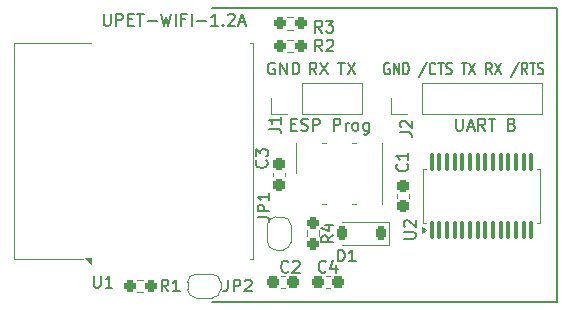
<source format=gto>
G04 #@! TF.GenerationSoftware,KiCad,Pcbnew,8.0.4*
G04 #@! TF.CreationDate,2024-08-01T12:17:22+02:00*
G04 #@! TF.ProjectId,UPET-Wifi,55504554-2d57-4696-9669-2e6b69636164,rev?*
G04 #@! TF.SameCoordinates,Original*
G04 #@! TF.FileFunction,Legend,Top*
G04 #@! TF.FilePolarity,Positive*
%FSLAX46Y46*%
G04 Gerber Fmt 4.6, Leading zero omitted, Abs format (unit mm)*
G04 Created by KiCad (PCBNEW 8.0.4) date 2024-08-01 12:17:22*
%MOMM*%
%LPD*%
G01*
G04 APERTURE LIST*
G04 Aperture macros list*
%AMRoundRect*
0 Rectangle with rounded corners*
0 $1 Rounding radius*
0 $2 $3 $4 $5 $6 $7 $8 $9 X,Y pos of 4 corners*
0 Add a 4 corners polygon primitive as box body*
4,1,4,$2,$3,$4,$5,$6,$7,$8,$9,$2,$3,0*
0 Add four circle primitives for the rounded corners*
1,1,$1+$1,$2,$3*
1,1,$1+$1,$4,$5*
1,1,$1+$1,$6,$7*
1,1,$1+$1,$8,$9*
0 Add four rect primitives between the rounded corners*
20,1,$1+$1,$2,$3,$4,$5,0*
20,1,$1+$1,$4,$5,$6,$7,0*
20,1,$1+$1,$6,$7,$8,$9,0*
20,1,$1+$1,$8,$9,$2,$3,0*%
%AMFreePoly0*
4,1,19,0.000000,0.744911,0.071157,0.744911,0.207708,0.704816,0.327430,0.627875,0.420627,0.520320,0.479746,0.390866,0.500000,0.250000,0.500000,-0.250000,0.479746,-0.390866,0.420627,-0.520320,0.327430,-0.627875,0.207708,-0.704816,0.071157,-0.744911,0.000000,-0.744911,0.000000,-0.750000,-0.500000,-0.750000,-0.500000,0.750000,0.000000,0.750000,0.000000,0.744911,0.000000,0.744911,
$1*%
%AMFreePoly1*
4,1,19,0.500000,-0.750000,0.000000,-0.750000,0.000000,-0.744911,-0.071157,-0.744911,-0.207708,-0.704816,-0.327430,-0.627875,-0.420627,-0.520320,-0.479746,-0.390866,-0.500000,-0.250000,-0.500000,0.250000,-0.479746,0.390866,-0.420627,0.520320,-0.327430,0.627875,-0.207708,0.704816,-0.071157,0.744911,0.000000,0.744911,0.000000,0.750000,0.500000,0.750000,0.500000,-0.750000,0.500000,-0.750000,
$1*%
G04 Aperture macros list end*
%ADD10C,0.200000*%
%ADD11C,0.150000*%
%ADD12C,0.120000*%
%ADD13C,0.152400*%
%ADD14RoundRect,0.237500X-0.237500X0.250000X-0.237500X-0.250000X0.237500X-0.250000X0.237500X0.250000X0*%
%ADD15R,0.900000X1.500000*%
%ADD16C,0.600000*%
%ADD17R,2.900000X2.900000*%
%ADD18O,1.524000X2.844800*%
%ADD19RoundRect,0.237500X-0.250000X-0.237500X0.250000X-0.237500X0.250000X0.237500X-0.250000X0.237500X0*%
%ADD20R,1.700000X1.700000*%
%ADD21O,1.700000X1.700000*%
%ADD22RoundRect,0.225000X0.225000X0.375000X-0.225000X0.375000X-0.225000X-0.375000X0.225000X-0.375000X0*%
%ADD23FreePoly0,180.000000*%
%ADD24FreePoly1,180.000000*%
%ADD25RoundRect,0.237500X0.237500X-0.300000X0.237500X0.300000X-0.237500X0.300000X-0.237500X-0.300000X0*%
%ADD26RoundRect,0.237500X-0.300000X-0.237500X0.300000X-0.237500X0.300000X0.237500X-0.300000X0.237500X0*%
%ADD27RoundRect,0.100000X0.100000X-0.637500X0.100000X0.637500X-0.100000X0.637500X-0.100000X-0.637500X0*%
%ADD28RoundRect,0.237500X0.300000X0.237500X-0.300000X0.237500X-0.300000X-0.237500X0.300000X-0.237500X0*%
%ADD29R,1.800000X2.000000*%
%ADD30FreePoly1,90.000000*%
%ADD31FreePoly0,90.000000*%
G04 APERTURE END LIST*
D10*
X134354673Y-92688409D02*
X134688006Y-92688409D01*
X134830863Y-93212219D02*
X134354673Y-93212219D01*
X134354673Y-93212219D02*
X134354673Y-92212219D01*
X134354673Y-92212219D02*
X134830863Y-92212219D01*
X135211816Y-93164600D02*
X135354673Y-93212219D01*
X135354673Y-93212219D02*
X135592768Y-93212219D01*
X135592768Y-93212219D02*
X135688006Y-93164600D01*
X135688006Y-93164600D02*
X135735625Y-93116980D01*
X135735625Y-93116980D02*
X135783244Y-93021742D01*
X135783244Y-93021742D02*
X135783244Y-92926504D01*
X135783244Y-92926504D02*
X135735625Y-92831266D01*
X135735625Y-92831266D02*
X135688006Y-92783647D01*
X135688006Y-92783647D02*
X135592768Y-92736028D01*
X135592768Y-92736028D02*
X135402292Y-92688409D01*
X135402292Y-92688409D02*
X135307054Y-92640790D01*
X135307054Y-92640790D02*
X135259435Y-92593171D01*
X135259435Y-92593171D02*
X135211816Y-92497933D01*
X135211816Y-92497933D02*
X135211816Y-92402695D01*
X135211816Y-92402695D02*
X135259435Y-92307457D01*
X135259435Y-92307457D02*
X135307054Y-92259838D01*
X135307054Y-92259838D02*
X135402292Y-92212219D01*
X135402292Y-92212219D02*
X135640387Y-92212219D01*
X135640387Y-92212219D02*
X135783244Y-92259838D01*
X136211816Y-93212219D02*
X136211816Y-92212219D01*
X136211816Y-92212219D02*
X136592768Y-92212219D01*
X136592768Y-92212219D02*
X136688006Y-92259838D01*
X136688006Y-92259838D02*
X136735625Y-92307457D01*
X136735625Y-92307457D02*
X136783244Y-92402695D01*
X136783244Y-92402695D02*
X136783244Y-92545552D01*
X136783244Y-92545552D02*
X136735625Y-92640790D01*
X136735625Y-92640790D02*
X136688006Y-92688409D01*
X136688006Y-92688409D02*
X136592768Y-92736028D01*
X136592768Y-92736028D02*
X136211816Y-92736028D01*
X137973721Y-93212219D02*
X137973721Y-92212219D01*
X137973721Y-92212219D02*
X138354673Y-92212219D01*
X138354673Y-92212219D02*
X138449911Y-92259838D01*
X138449911Y-92259838D02*
X138497530Y-92307457D01*
X138497530Y-92307457D02*
X138545149Y-92402695D01*
X138545149Y-92402695D02*
X138545149Y-92545552D01*
X138545149Y-92545552D02*
X138497530Y-92640790D01*
X138497530Y-92640790D02*
X138449911Y-92688409D01*
X138449911Y-92688409D02*
X138354673Y-92736028D01*
X138354673Y-92736028D02*
X137973721Y-92736028D01*
X138973721Y-93212219D02*
X138973721Y-92545552D01*
X138973721Y-92736028D02*
X139021340Y-92640790D01*
X139021340Y-92640790D02*
X139068959Y-92593171D01*
X139068959Y-92593171D02*
X139164197Y-92545552D01*
X139164197Y-92545552D02*
X139259435Y-92545552D01*
X139735626Y-93212219D02*
X139640388Y-93164600D01*
X139640388Y-93164600D02*
X139592769Y-93116980D01*
X139592769Y-93116980D02*
X139545150Y-93021742D01*
X139545150Y-93021742D02*
X139545150Y-92736028D01*
X139545150Y-92736028D02*
X139592769Y-92640790D01*
X139592769Y-92640790D02*
X139640388Y-92593171D01*
X139640388Y-92593171D02*
X139735626Y-92545552D01*
X139735626Y-92545552D02*
X139878483Y-92545552D01*
X139878483Y-92545552D02*
X139973721Y-92593171D01*
X139973721Y-92593171D02*
X140021340Y-92640790D01*
X140021340Y-92640790D02*
X140068959Y-92736028D01*
X140068959Y-92736028D02*
X140068959Y-93021742D01*
X140068959Y-93021742D02*
X140021340Y-93116980D01*
X140021340Y-93116980D02*
X139973721Y-93164600D01*
X139973721Y-93164600D02*
X139878483Y-93212219D01*
X139878483Y-93212219D02*
X139735626Y-93212219D01*
X140926102Y-92545552D02*
X140926102Y-93355076D01*
X140926102Y-93355076D02*
X140878483Y-93450314D01*
X140878483Y-93450314D02*
X140830864Y-93497933D01*
X140830864Y-93497933D02*
X140735626Y-93545552D01*
X140735626Y-93545552D02*
X140592769Y-93545552D01*
X140592769Y-93545552D02*
X140497531Y-93497933D01*
X140926102Y-93164600D02*
X140830864Y-93212219D01*
X140830864Y-93212219D02*
X140640388Y-93212219D01*
X140640388Y-93212219D02*
X140545150Y-93164600D01*
X140545150Y-93164600D02*
X140497531Y-93116980D01*
X140497531Y-93116980D02*
X140449912Y-93021742D01*
X140449912Y-93021742D02*
X140449912Y-92736028D01*
X140449912Y-92736028D02*
X140497531Y-92640790D01*
X140497531Y-92640790D02*
X140545150Y-92593171D01*
X140545150Y-92593171D02*
X140640388Y-92545552D01*
X140640388Y-92545552D02*
X140830864Y-92545552D01*
X140830864Y-92545552D02*
X140926102Y-92593171D01*
X148324673Y-92212219D02*
X148324673Y-93021742D01*
X148324673Y-93021742D02*
X148372292Y-93116980D01*
X148372292Y-93116980D02*
X148419911Y-93164600D01*
X148419911Y-93164600D02*
X148515149Y-93212219D01*
X148515149Y-93212219D02*
X148705625Y-93212219D01*
X148705625Y-93212219D02*
X148800863Y-93164600D01*
X148800863Y-93164600D02*
X148848482Y-93116980D01*
X148848482Y-93116980D02*
X148896101Y-93021742D01*
X148896101Y-93021742D02*
X148896101Y-92212219D01*
X149324673Y-92926504D02*
X149800863Y-92926504D01*
X149229435Y-93212219D02*
X149562768Y-92212219D01*
X149562768Y-92212219D02*
X149896101Y-93212219D01*
X150800863Y-93212219D02*
X150467530Y-92736028D01*
X150229435Y-93212219D02*
X150229435Y-92212219D01*
X150229435Y-92212219D02*
X150610387Y-92212219D01*
X150610387Y-92212219D02*
X150705625Y-92259838D01*
X150705625Y-92259838D02*
X150753244Y-92307457D01*
X150753244Y-92307457D02*
X150800863Y-92402695D01*
X150800863Y-92402695D02*
X150800863Y-92545552D01*
X150800863Y-92545552D02*
X150753244Y-92640790D01*
X150753244Y-92640790D02*
X150705625Y-92688409D01*
X150705625Y-92688409D02*
X150610387Y-92736028D01*
X150610387Y-92736028D02*
X150229435Y-92736028D01*
X151086578Y-92212219D02*
X151658006Y-92212219D01*
X151372292Y-93212219D02*
X151372292Y-92212219D01*
X153086578Y-92688409D02*
X153229435Y-92736028D01*
X153229435Y-92736028D02*
X153277054Y-92783647D01*
X153277054Y-92783647D02*
X153324673Y-92878885D01*
X153324673Y-92878885D02*
X153324673Y-93021742D01*
X153324673Y-93021742D02*
X153277054Y-93116980D01*
X153277054Y-93116980D02*
X153229435Y-93164600D01*
X153229435Y-93164600D02*
X153134197Y-93212219D01*
X153134197Y-93212219D02*
X152753245Y-93212219D01*
X152753245Y-93212219D02*
X152753245Y-92212219D01*
X152753245Y-92212219D02*
X153086578Y-92212219D01*
X153086578Y-92212219D02*
X153181816Y-92259838D01*
X153181816Y-92259838D02*
X153229435Y-92307457D01*
X153229435Y-92307457D02*
X153277054Y-92402695D01*
X153277054Y-92402695D02*
X153277054Y-92497933D01*
X153277054Y-92497933D02*
X153229435Y-92593171D01*
X153229435Y-92593171D02*
X153181816Y-92640790D01*
X153181816Y-92640790D02*
X153086578Y-92688409D01*
X153086578Y-92688409D02*
X152753245Y-92688409D01*
X142663601Y-87497338D02*
X142587411Y-87449719D01*
X142587411Y-87449719D02*
X142473125Y-87449719D01*
X142473125Y-87449719D02*
X142358839Y-87497338D01*
X142358839Y-87497338D02*
X142282649Y-87592576D01*
X142282649Y-87592576D02*
X142244554Y-87687814D01*
X142244554Y-87687814D02*
X142206458Y-87878290D01*
X142206458Y-87878290D02*
X142206458Y-88021147D01*
X142206458Y-88021147D02*
X142244554Y-88211623D01*
X142244554Y-88211623D02*
X142282649Y-88306861D01*
X142282649Y-88306861D02*
X142358839Y-88402100D01*
X142358839Y-88402100D02*
X142473125Y-88449719D01*
X142473125Y-88449719D02*
X142549316Y-88449719D01*
X142549316Y-88449719D02*
X142663601Y-88402100D01*
X142663601Y-88402100D02*
X142701697Y-88354480D01*
X142701697Y-88354480D02*
X142701697Y-88021147D01*
X142701697Y-88021147D02*
X142549316Y-88021147D01*
X143044554Y-88449719D02*
X143044554Y-87449719D01*
X143044554Y-87449719D02*
X143501697Y-88449719D01*
X143501697Y-88449719D02*
X143501697Y-87449719D01*
X143882649Y-88449719D02*
X143882649Y-87449719D01*
X143882649Y-87449719D02*
X144073125Y-87449719D01*
X144073125Y-87449719D02*
X144187411Y-87497338D01*
X144187411Y-87497338D02*
X144263601Y-87592576D01*
X144263601Y-87592576D02*
X144301696Y-87687814D01*
X144301696Y-87687814D02*
X144339792Y-87878290D01*
X144339792Y-87878290D02*
X144339792Y-88021147D01*
X144339792Y-88021147D02*
X144301696Y-88211623D01*
X144301696Y-88211623D02*
X144263601Y-88306861D01*
X144263601Y-88306861D02*
X144187411Y-88402100D01*
X144187411Y-88402100D02*
X144073125Y-88449719D01*
X144073125Y-88449719D02*
X143882649Y-88449719D01*
X145863601Y-87402100D02*
X145177887Y-88687814D01*
X146587411Y-88354480D02*
X146549315Y-88402100D01*
X146549315Y-88402100D02*
X146435030Y-88449719D01*
X146435030Y-88449719D02*
X146358839Y-88449719D01*
X146358839Y-88449719D02*
X146244553Y-88402100D01*
X146244553Y-88402100D02*
X146168363Y-88306861D01*
X146168363Y-88306861D02*
X146130268Y-88211623D01*
X146130268Y-88211623D02*
X146092172Y-88021147D01*
X146092172Y-88021147D02*
X146092172Y-87878290D01*
X146092172Y-87878290D02*
X146130268Y-87687814D01*
X146130268Y-87687814D02*
X146168363Y-87592576D01*
X146168363Y-87592576D02*
X146244553Y-87497338D01*
X146244553Y-87497338D02*
X146358839Y-87449719D01*
X146358839Y-87449719D02*
X146435030Y-87449719D01*
X146435030Y-87449719D02*
X146549315Y-87497338D01*
X146549315Y-87497338D02*
X146587411Y-87544957D01*
X146815982Y-87449719D02*
X147273125Y-87449719D01*
X147044553Y-88449719D02*
X147044553Y-87449719D01*
X147501696Y-88402100D02*
X147615982Y-88449719D01*
X147615982Y-88449719D02*
X147806458Y-88449719D01*
X147806458Y-88449719D02*
X147882649Y-88402100D01*
X147882649Y-88402100D02*
X147920744Y-88354480D01*
X147920744Y-88354480D02*
X147958839Y-88259242D01*
X147958839Y-88259242D02*
X147958839Y-88164004D01*
X147958839Y-88164004D02*
X147920744Y-88068766D01*
X147920744Y-88068766D02*
X147882649Y-88021147D01*
X147882649Y-88021147D02*
X147806458Y-87973528D01*
X147806458Y-87973528D02*
X147654077Y-87925909D01*
X147654077Y-87925909D02*
X147577887Y-87878290D01*
X147577887Y-87878290D02*
X147539792Y-87830671D01*
X147539792Y-87830671D02*
X147501696Y-87735433D01*
X147501696Y-87735433D02*
X147501696Y-87640195D01*
X147501696Y-87640195D02*
X147539792Y-87544957D01*
X147539792Y-87544957D02*
X147577887Y-87497338D01*
X147577887Y-87497338D02*
X147654077Y-87449719D01*
X147654077Y-87449719D02*
X147844554Y-87449719D01*
X147844554Y-87449719D02*
X147958839Y-87497338D01*
X148796935Y-87449719D02*
X149254078Y-87449719D01*
X149025506Y-88449719D02*
X149025506Y-87449719D01*
X149444554Y-87449719D02*
X149977888Y-88449719D01*
X149977888Y-87449719D02*
X149444554Y-88449719D01*
X151349317Y-88449719D02*
X151082650Y-87973528D01*
X150892174Y-88449719D02*
X150892174Y-87449719D01*
X150892174Y-87449719D02*
X151196936Y-87449719D01*
X151196936Y-87449719D02*
X151273126Y-87497338D01*
X151273126Y-87497338D02*
X151311221Y-87544957D01*
X151311221Y-87544957D02*
X151349317Y-87640195D01*
X151349317Y-87640195D02*
X151349317Y-87783052D01*
X151349317Y-87783052D02*
X151311221Y-87878290D01*
X151311221Y-87878290D02*
X151273126Y-87925909D01*
X151273126Y-87925909D02*
X151196936Y-87973528D01*
X151196936Y-87973528D02*
X150892174Y-87973528D01*
X151615983Y-87449719D02*
X152149317Y-88449719D01*
X152149317Y-87449719D02*
X151615983Y-88449719D01*
X153635031Y-87402100D02*
X152949317Y-88687814D01*
X154358841Y-88449719D02*
X154092174Y-87973528D01*
X153901698Y-88449719D02*
X153901698Y-87449719D01*
X153901698Y-87449719D02*
X154206460Y-87449719D01*
X154206460Y-87449719D02*
X154282650Y-87497338D01*
X154282650Y-87497338D02*
X154320745Y-87544957D01*
X154320745Y-87544957D02*
X154358841Y-87640195D01*
X154358841Y-87640195D02*
X154358841Y-87783052D01*
X154358841Y-87783052D02*
X154320745Y-87878290D01*
X154320745Y-87878290D02*
X154282650Y-87925909D01*
X154282650Y-87925909D02*
X154206460Y-87973528D01*
X154206460Y-87973528D02*
X153901698Y-87973528D01*
X154587412Y-87449719D02*
X155044555Y-87449719D01*
X154815983Y-88449719D02*
X154815983Y-87449719D01*
X155273126Y-88402100D02*
X155387412Y-88449719D01*
X155387412Y-88449719D02*
X155577888Y-88449719D01*
X155577888Y-88449719D02*
X155654079Y-88402100D01*
X155654079Y-88402100D02*
X155692174Y-88354480D01*
X155692174Y-88354480D02*
X155730269Y-88259242D01*
X155730269Y-88259242D02*
X155730269Y-88164004D01*
X155730269Y-88164004D02*
X155692174Y-88068766D01*
X155692174Y-88068766D02*
X155654079Y-88021147D01*
X155654079Y-88021147D02*
X155577888Y-87973528D01*
X155577888Y-87973528D02*
X155425507Y-87925909D01*
X155425507Y-87925909D02*
X155349317Y-87878290D01*
X155349317Y-87878290D02*
X155311222Y-87830671D01*
X155311222Y-87830671D02*
X155273126Y-87735433D01*
X155273126Y-87735433D02*
X155273126Y-87640195D01*
X155273126Y-87640195D02*
X155311222Y-87544957D01*
X155311222Y-87544957D02*
X155349317Y-87497338D01*
X155349317Y-87497338D02*
X155425507Y-87449719D01*
X155425507Y-87449719D02*
X155615984Y-87449719D01*
X155615984Y-87449719D02*
X155730269Y-87497338D01*
X138339316Y-87449719D02*
X138910744Y-87449719D01*
X138625030Y-88449719D02*
X138625030Y-87449719D01*
X139148840Y-87449719D02*
X139815506Y-88449719D01*
X139815506Y-87449719D02*
X139148840Y-88449719D01*
X136513601Y-88449719D02*
X136180268Y-87973528D01*
X135942173Y-88449719D02*
X135942173Y-87449719D01*
X135942173Y-87449719D02*
X136323125Y-87449719D01*
X136323125Y-87449719D02*
X136418363Y-87497338D01*
X136418363Y-87497338D02*
X136465982Y-87544957D01*
X136465982Y-87544957D02*
X136513601Y-87640195D01*
X136513601Y-87640195D02*
X136513601Y-87783052D01*
X136513601Y-87783052D02*
X136465982Y-87878290D01*
X136465982Y-87878290D02*
X136418363Y-87925909D01*
X136418363Y-87925909D02*
X136323125Y-87973528D01*
X136323125Y-87973528D02*
X135942173Y-87973528D01*
X136846935Y-87449719D02*
X137513601Y-88449719D01*
X137513601Y-87449719D02*
X136846935Y-88449719D01*
X132973482Y-87497338D02*
X132878244Y-87449719D01*
X132878244Y-87449719D02*
X132735387Y-87449719D01*
X132735387Y-87449719D02*
X132592530Y-87497338D01*
X132592530Y-87497338D02*
X132497292Y-87592576D01*
X132497292Y-87592576D02*
X132449673Y-87687814D01*
X132449673Y-87687814D02*
X132402054Y-87878290D01*
X132402054Y-87878290D02*
X132402054Y-88021147D01*
X132402054Y-88021147D02*
X132449673Y-88211623D01*
X132449673Y-88211623D02*
X132497292Y-88306861D01*
X132497292Y-88306861D02*
X132592530Y-88402100D01*
X132592530Y-88402100D02*
X132735387Y-88449719D01*
X132735387Y-88449719D02*
X132830625Y-88449719D01*
X132830625Y-88449719D02*
X132973482Y-88402100D01*
X132973482Y-88402100D02*
X133021101Y-88354480D01*
X133021101Y-88354480D02*
X133021101Y-88021147D01*
X133021101Y-88021147D02*
X132830625Y-88021147D01*
X133449673Y-88449719D02*
X133449673Y-87449719D01*
X133449673Y-87449719D02*
X134021101Y-88449719D01*
X134021101Y-88449719D02*
X134021101Y-87449719D01*
X134497292Y-88449719D02*
X134497292Y-87449719D01*
X134497292Y-87449719D02*
X134735387Y-87449719D01*
X134735387Y-87449719D02*
X134878244Y-87497338D01*
X134878244Y-87497338D02*
X134973482Y-87592576D01*
X134973482Y-87592576D02*
X135021101Y-87687814D01*
X135021101Y-87687814D02*
X135068720Y-87878290D01*
X135068720Y-87878290D02*
X135068720Y-88021147D01*
X135068720Y-88021147D02*
X135021101Y-88211623D01*
X135021101Y-88211623D02*
X134973482Y-88306861D01*
X134973482Y-88306861D02*
X134878244Y-88402100D01*
X134878244Y-88402100D02*
X134735387Y-88449719D01*
X134735387Y-88449719D02*
X134497292Y-88449719D01*
X118507620Y-83322219D02*
X118507620Y-84131742D01*
X118507620Y-84131742D02*
X118555239Y-84226980D01*
X118555239Y-84226980D02*
X118602858Y-84274600D01*
X118602858Y-84274600D02*
X118698096Y-84322219D01*
X118698096Y-84322219D02*
X118888572Y-84322219D01*
X118888572Y-84322219D02*
X118983810Y-84274600D01*
X118983810Y-84274600D02*
X119031429Y-84226980D01*
X119031429Y-84226980D02*
X119079048Y-84131742D01*
X119079048Y-84131742D02*
X119079048Y-83322219D01*
X119555239Y-84322219D02*
X119555239Y-83322219D01*
X119555239Y-83322219D02*
X119936191Y-83322219D01*
X119936191Y-83322219D02*
X120031429Y-83369838D01*
X120031429Y-83369838D02*
X120079048Y-83417457D01*
X120079048Y-83417457D02*
X120126667Y-83512695D01*
X120126667Y-83512695D02*
X120126667Y-83655552D01*
X120126667Y-83655552D02*
X120079048Y-83750790D01*
X120079048Y-83750790D02*
X120031429Y-83798409D01*
X120031429Y-83798409D02*
X119936191Y-83846028D01*
X119936191Y-83846028D02*
X119555239Y-83846028D01*
X120555239Y-83798409D02*
X120888572Y-83798409D01*
X121031429Y-84322219D02*
X120555239Y-84322219D01*
X120555239Y-84322219D02*
X120555239Y-83322219D01*
X120555239Y-83322219D02*
X121031429Y-83322219D01*
X121317144Y-83322219D02*
X121888572Y-83322219D01*
X121602858Y-84322219D02*
X121602858Y-83322219D01*
X122221906Y-83941266D02*
X122983811Y-83941266D01*
X123364763Y-83322219D02*
X123602858Y-84322219D01*
X123602858Y-84322219D02*
X123793334Y-83607933D01*
X123793334Y-83607933D02*
X123983810Y-84322219D01*
X123983810Y-84322219D02*
X124221906Y-83322219D01*
X124602858Y-84322219D02*
X124602858Y-83322219D01*
X125412381Y-83798409D02*
X125079048Y-83798409D01*
X125079048Y-84322219D02*
X125079048Y-83322219D01*
X125079048Y-83322219D02*
X125555238Y-83322219D01*
X125936191Y-84322219D02*
X125936191Y-83322219D01*
X126412381Y-83941266D02*
X127174286Y-83941266D01*
X128174285Y-84322219D02*
X127602857Y-84322219D01*
X127888571Y-84322219D02*
X127888571Y-83322219D01*
X127888571Y-83322219D02*
X127793333Y-83465076D01*
X127793333Y-83465076D02*
X127698095Y-83560314D01*
X127698095Y-83560314D02*
X127602857Y-83607933D01*
X128602857Y-84226980D02*
X128650476Y-84274600D01*
X128650476Y-84274600D02*
X128602857Y-84322219D01*
X128602857Y-84322219D02*
X128555238Y-84274600D01*
X128555238Y-84274600D02*
X128602857Y-84226980D01*
X128602857Y-84226980D02*
X128602857Y-84322219D01*
X129031428Y-83417457D02*
X129079047Y-83369838D01*
X129079047Y-83369838D02*
X129174285Y-83322219D01*
X129174285Y-83322219D02*
X129412380Y-83322219D01*
X129412380Y-83322219D02*
X129507618Y-83369838D01*
X129507618Y-83369838D02*
X129555237Y-83417457D01*
X129555237Y-83417457D02*
X129602856Y-83512695D01*
X129602856Y-83512695D02*
X129602856Y-83607933D01*
X129602856Y-83607933D02*
X129555237Y-83750790D01*
X129555237Y-83750790D02*
X128983809Y-84322219D01*
X128983809Y-84322219D02*
X129602856Y-84322219D01*
X129983809Y-84036504D02*
X130459999Y-84036504D01*
X129888571Y-84322219D02*
X130221904Y-83322219D01*
X130221904Y-83322219D02*
X130555237Y-84322219D01*
D11*
X137932319Y-102084166D02*
X137456128Y-102417499D01*
X137932319Y-102655594D02*
X136932319Y-102655594D01*
X136932319Y-102655594D02*
X136932319Y-102274642D01*
X136932319Y-102274642D02*
X136979938Y-102179404D01*
X136979938Y-102179404D02*
X137027557Y-102131785D01*
X137027557Y-102131785D02*
X137122795Y-102084166D01*
X137122795Y-102084166D02*
X137265652Y-102084166D01*
X137265652Y-102084166D02*
X137360890Y-102131785D01*
X137360890Y-102131785D02*
X137408509Y-102179404D01*
X137408509Y-102179404D02*
X137456128Y-102274642D01*
X137456128Y-102274642D02*
X137456128Y-102655594D01*
X137265652Y-101227023D02*
X137932319Y-101227023D01*
X136884700Y-101465118D02*
X137598985Y-101703213D01*
X137598985Y-101703213D02*
X137598985Y-101084166D01*
X117665595Y-105499819D02*
X117665595Y-106309342D01*
X117665595Y-106309342D02*
X117713214Y-106404580D01*
X117713214Y-106404580D02*
X117760833Y-106452200D01*
X117760833Y-106452200D02*
X117856071Y-106499819D01*
X117856071Y-106499819D02*
X118046547Y-106499819D01*
X118046547Y-106499819D02*
X118141785Y-106452200D01*
X118141785Y-106452200D02*
X118189404Y-106404580D01*
X118189404Y-106404580D02*
X118237023Y-106309342D01*
X118237023Y-106309342D02*
X118237023Y-105499819D01*
X119237023Y-106499819D02*
X118665595Y-106499819D01*
X118951309Y-106499819D02*
X118951309Y-105499819D01*
X118951309Y-105499819D02*
X118856071Y-105642676D01*
X118856071Y-105642676D02*
X118760833Y-105737914D01*
X118760833Y-105737914D02*
X118665595Y-105785533D01*
X136993333Y-84909819D02*
X136660000Y-84433628D01*
X136421905Y-84909819D02*
X136421905Y-83909819D01*
X136421905Y-83909819D02*
X136802857Y-83909819D01*
X136802857Y-83909819D02*
X136898095Y-83957438D01*
X136898095Y-83957438D02*
X136945714Y-84005057D01*
X136945714Y-84005057D02*
X136993333Y-84100295D01*
X136993333Y-84100295D02*
X136993333Y-84243152D01*
X136993333Y-84243152D02*
X136945714Y-84338390D01*
X136945714Y-84338390D02*
X136898095Y-84386009D01*
X136898095Y-84386009D02*
X136802857Y-84433628D01*
X136802857Y-84433628D02*
X136421905Y-84433628D01*
X137326667Y-83909819D02*
X137945714Y-83909819D01*
X137945714Y-83909819D02*
X137612381Y-84290771D01*
X137612381Y-84290771D02*
X137755238Y-84290771D01*
X137755238Y-84290771D02*
X137850476Y-84338390D01*
X137850476Y-84338390D02*
X137898095Y-84386009D01*
X137898095Y-84386009D02*
X137945714Y-84481247D01*
X137945714Y-84481247D02*
X137945714Y-84719342D01*
X137945714Y-84719342D02*
X137898095Y-84814580D01*
X137898095Y-84814580D02*
X137850476Y-84862200D01*
X137850476Y-84862200D02*
X137755238Y-84909819D01*
X137755238Y-84909819D02*
X137469524Y-84909819D01*
X137469524Y-84909819D02*
X137374286Y-84862200D01*
X137374286Y-84862200D02*
X137326667Y-84814580D01*
X136993333Y-86497319D02*
X136660000Y-86021128D01*
X136421905Y-86497319D02*
X136421905Y-85497319D01*
X136421905Y-85497319D02*
X136802857Y-85497319D01*
X136802857Y-85497319D02*
X136898095Y-85544938D01*
X136898095Y-85544938D02*
X136945714Y-85592557D01*
X136945714Y-85592557D02*
X136993333Y-85687795D01*
X136993333Y-85687795D02*
X136993333Y-85830652D01*
X136993333Y-85830652D02*
X136945714Y-85925890D01*
X136945714Y-85925890D02*
X136898095Y-85973509D01*
X136898095Y-85973509D02*
X136802857Y-86021128D01*
X136802857Y-86021128D02*
X136421905Y-86021128D01*
X137374286Y-85592557D02*
X137421905Y-85544938D01*
X137421905Y-85544938D02*
X137517143Y-85497319D01*
X137517143Y-85497319D02*
X137755238Y-85497319D01*
X137755238Y-85497319D02*
X137850476Y-85544938D01*
X137850476Y-85544938D02*
X137898095Y-85592557D01*
X137898095Y-85592557D02*
X137945714Y-85687795D01*
X137945714Y-85687795D02*
X137945714Y-85783033D01*
X137945714Y-85783033D02*
X137898095Y-85925890D01*
X137898095Y-85925890D02*
X137326667Y-86497319D01*
X137326667Y-86497319D02*
X137945714Y-86497319D01*
X143599819Y-93360833D02*
X144314104Y-93360833D01*
X144314104Y-93360833D02*
X144456961Y-93408452D01*
X144456961Y-93408452D02*
X144552200Y-93503690D01*
X144552200Y-93503690D02*
X144599819Y-93646547D01*
X144599819Y-93646547D02*
X144599819Y-93741785D01*
X143695057Y-92932261D02*
X143647438Y-92884642D01*
X143647438Y-92884642D02*
X143599819Y-92789404D01*
X143599819Y-92789404D02*
X143599819Y-92551309D01*
X143599819Y-92551309D02*
X143647438Y-92456071D01*
X143647438Y-92456071D02*
X143695057Y-92408452D01*
X143695057Y-92408452D02*
X143790295Y-92360833D01*
X143790295Y-92360833D02*
X143885533Y-92360833D01*
X143885533Y-92360833D02*
X144028390Y-92408452D01*
X144028390Y-92408452D02*
X144599819Y-92979880D01*
X144599819Y-92979880D02*
X144599819Y-92360833D01*
X132487319Y-93043333D02*
X133201604Y-93043333D01*
X133201604Y-93043333D02*
X133344461Y-93090952D01*
X133344461Y-93090952D02*
X133439700Y-93186190D01*
X133439700Y-93186190D02*
X133487319Y-93329047D01*
X133487319Y-93329047D02*
X133487319Y-93424285D01*
X133487319Y-92043333D02*
X133487319Y-92614761D01*
X133487319Y-92329047D02*
X132487319Y-92329047D01*
X132487319Y-92329047D02*
X132630176Y-92424285D01*
X132630176Y-92424285D02*
X132725414Y-92519523D01*
X132725414Y-92519523D02*
X132773033Y-92614761D01*
X138326905Y-104277319D02*
X138326905Y-103277319D01*
X138326905Y-103277319D02*
X138565000Y-103277319D01*
X138565000Y-103277319D02*
X138707857Y-103324938D01*
X138707857Y-103324938D02*
X138803095Y-103420176D01*
X138803095Y-103420176D02*
X138850714Y-103515414D01*
X138850714Y-103515414D02*
X138898333Y-103705890D01*
X138898333Y-103705890D02*
X138898333Y-103848747D01*
X138898333Y-103848747D02*
X138850714Y-104039223D01*
X138850714Y-104039223D02*
X138803095Y-104134461D01*
X138803095Y-104134461D02*
X138707857Y-104229700D01*
X138707857Y-104229700D02*
X138565000Y-104277319D01*
X138565000Y-104277319D02*
X138326905Y-104277319D01*
X139850714Y-104277319D02*
X139279286Y-104277319D01*
X139565000Y-104277319D02*
X139565000Y-103277319D01*
X139565000Y-103277319D02*
X139469762Y-103420176D01*
X139469762Y-103420176D02*
X139374524Y-103515414D01*
X139374524Y-103515414D02*
X139279286Y-103563033D01*
X129024166Y-105817319D02*
X129024166Y-106531604D01*
X129024166Y-106531604D02*
X128976547Y-106674461D01*
X128976547Y-106674461D02*
X128881309Y-106769700D01*
X128881309Y-106769700D02*
X128738452Y-106817319D01*
X128738452Y-106817319D02*
X128643214Y-106817319D01*
X129500357Y-106817319D02*
X129500357Y-105817319D01*
X129500357Y-105817319D02*
X129881309Y-105817319D01*
X129881309Y-105817319D02*
X129976547Y-105864938D01*
X129976547Y-105864938D02*
X130024166Y-105912557D01*
X130024166Y-105912557D02*
X130071785Y-106007795D01*
X130071785Y-106007795D02*
X130071785Y-106150652D01*
X130071785Y-106150652D02*
X130024166Y-106245890D01*
X130024166Y-106245890D02*
X129976547Y-106293509D01*
X129976547Y-106293509D02*
X129881309Y-106341128D01*
X129881309Y-106341128D02*
X129500357Y-106341128D01*
X130452738Y-105912557D02*
X130500357Y-105864938D01*
X130500357Y-105864938D02*
X130595595Y-105817319D01*
X130595595Y-105817319D02*
X130833690Y-105817319D01*
X130833690Y-105817319D02*
X130928928Y-105864938D01*
X130928928Y-105864938D02*
X130976547Y-105912557D01*
X130976547Y-105912557D02*
X131024166Y-106007795D01*
X131024166Y-106007795D02*
X131024166Y-106103033D01*
X131024166Y-106103033D02*
X130976547Y-106245890D01*
X130976547Y-106245890D02*
X130405119Y-106817319D01*
X130405119Y-106817319D02*
X131024166Y-106817319D01*
X123975833Y-106817319D02*
X123642500Y-106341128D01*
X123404405Y-106817319D02*
X123404405Y-105817319D01*
X123404405Y-105817319D02*
X123785357Y-105817319D01*
X123785357Y-105817319D02*
X123880595Y-105864938D01*
X123880595Y-105864938D02*
X123928214Y-105912557D01*
X123928214Y-105912557D02*
X123975833Y-106007795D01*
X123975833Y-106007795D02*
X123975833Y-106150652D01*
X123975833Y-106150652D02*
X123928214Y-106245890D01*
X123928214Y-106245890D02*
X123880595Y-106293509D01*
X123880595Y-106293509D02*
X123785357Y-106341128D01*
X123785357Y-106341128D02*
X123404405Y-106341128D01*
X124928214Y-106817319D02*
X124356786Y-106817319D01*
X124642500Y-106817319D02*
X124642500Y-105817319D01*
X124642500Y-105817319D02*
X124547262Y-105960176D01*
X124547262Y-105960176D02*
X124452024Y-106055414D01*
X124452024Y-106055414D02*
X124356786Y-106103033D01*
X144187080Y-96051666D02*
X144234700Y-96099285D01*
X144234700Y-96099285D02*
X144282319Y-96242142D01*
X144282319Y-96242142D02*
X144282319Y-96337380D01*
X144282319Y-96337380D02*
X144234700Y-96480237D01*
X144234700Y-96480237D02*
X144139461Y-96575475D01*
X144139461Y-96575475D02*
X144044223Y-96623094D01*
X144044223Y-96623094D02*
X143853747Y-96670713D01*
X143853747Y-96670713D02*
X143710890Y-96670713D01*
X143710890Y-96670713D02*
X143520414Y-96623094D01*
X143520414Y-96623094D02*
X143425176Y-96575475D01*
X143425176Y-96575475D02*
X143329938Y-96480237D01*
X143329938Y-96480237D02*
X143282319Y-96337380D01*
X143282319Y-96337380D02*
X143282319Y-96242142D01*
X143282319Y-96242142D02*
X143329938Y-96099285D01*
X143329938Y-96099285D02*
X143377557Y-96051666D01*
X144282319Y-95099285D02*
X144282319Y-95670713D01*
X144282319Y-95384999D02*
X143282319Y-95384999D01*
X143282319Y-95384999D02*
X143425176Y-95480237D01*
X143425176Y-95480237D02*
X143520414Y-95575475D01*
X143520414Y-95575475D02*
X143568033Y-95670713D01*
X137310833Y-105134580D02*
X137263214Y-105182200D01*
X137263214Y-105182200D02*
X137120357Y-105229819D01*
X137120357Y-105229819D02*
X137025119Y-105229819D01*
X137025119Y-105229819D02*
X136882262Y-105182200D01*
X136882262Y-105182200D02*
X136787024Y-105086961D01*
X136787024Y-105086961D02*
X136739405Y-104991723D01*
X136739405Y-104991723D02*
X136691786Y-104801247D01*
X136691786Y-104801247D02*
X136691786Y-104658390D01*
X136691786Y-104658390D02*
X136739405Y-104467914D01*
X136739405Y-104467914D02*
X136787024Y-104372676D01*
X136787024Y-104372676D02*
X136882262Y-104277438D01*
X136882262Y-104277438D02*
X137025119Y-104229819D01*
X137025119Y-104229819D02*
X137120357Y-104229819D01*
X137120357Y-104229819D02*
X137263214Y-104277438D01*
X137263214Y-104277438D02*
X137310833Y-104325057D01*
X138167976Y-104563152D02*
X138167976Y-105229819D01*
X137929881Y-104182200D02*
X137691786Y-104896485D01*
X137691786Y-104896485D02*
X138310833Y-104896485D01*
X143917319Y-102361904D02*
X144726842Y-102361904D01*
X144726842Y-102361904D02*
X144822080Y-102314285D01*
X144822080Y-102314285D02*
X144869700Y-102266666D01*
X144869700Y-102266666D02*
X144917319Y-102171428D01*
X144917319Y-102171428D02*
X144917319Y-101980952D01*
X144917319Y-101980952D02*
X144869700Y-101885714D01*
X144869700Y-101885714D02*
X144822080Y-101838095D01*
X144822080Y-101838095D02*
X144726842Y-101790476D01*
X144726842Y-101790476D02*
X143917319Y-101790476D01*
X144012557Y-101361904D02*
X143964938Y-101314285D01*
X143964938Y-101314285D02*
X143917319Y-101219047D01*
X143917319Y-101219047D02*
X143917319Y-100980952D01*
X143917319Y-100980952D02*
X143964938Y-100885714D01*
X143964938Y-100885714D02*
X144012557Y-100838095D01*
X144012557Y-100838095D02*
X144107795Y-100790476D01*
X144107795Y-100790476D02*
X144203033Y-100790476D01*
X144203033Y-100790476D02*
X144345890Y-100838095D01*
X144345890Y-100838095D02*
X144917319Y-101409523D01*
X144917319Y-101409523D02*
X144917319Y-100790476D01*
X134135833Y-105134580D02*
X134088214Y-105182200D01*
X134088214Y-105182200D02*
X133945357Y-105229819D01*
X133945357Y-105229819D02*
X133850119Y-105229819D01*
X133850119Y-105229819D02*
X133707262Y-105182200D01*
X133707262Y-105182200D02*
X133612024Y-105086961D01*
X133612024Y-105086961D02*
X133564405Y-104991723D01*
X133564405Y-104991723D02*
X133516786Y-104801247D01*
X133516786Y-104801247D02*
X133516786Y-104658390D01*
X133516786Y-104658390D02*
X133564405Y-104467914D01*
X133564405Y-104467914D02*
X133612024Y-104372676D01*
X133612024Y-104372676D02*
X133707262Y-104277438D01*
X133707262Y-104277438D02*
X133850119Y-104229819D01*
X133850119Y-104229819D02*
X133945357Y-104229819D01*
X133945357Y-104229819D02*
X134088214Y-104277438D01*
X134088214Y-104277438D02*
X134135833Y-104325057D01*
X134516786Y-104325057D02*
X134564405Y-104277438D01*
X134564405Y-104277438D02*
X134659643Y-104229819D01*
X134659643Y-104229819D02*
X134897738Y-104229819D01*
X134897738Y-104229819D02*
X134992976Y-104277438D01*
X134992976Y-104277438D02*
X135040595Y-104325057D01*
X135040595Y-104325057D02*
X135088214Y-104420295D01*
X135088214Y-104420295D02*
X135088214Y-104515533D01*
X135088214Y-104515533D02*
X135040595Y-104658390D01*
X135040595Y-104658390D02*
X134469167Y-105229819D01*
X134469167Y-105229819D02*
X135088214Y-105229819D01*
X131534819Y-100528333D02*
X132249104Y-100528333D01*
X132249104Y-100528333D02*
X132391961Y-100575952D01*
X132391961Y-100575952D02*
X132487200Y-100671190D01*
X132487200Y-100671190D02*
X132534819Y-100814047D01*
X132534819Y-100814047D02*
X132534819Y-100909285D01*
X132534819Y-100052142D02*
X131534819Y-100052142D01*
X131534819Y-100052142D02*
X131534819Y-99671190D01*
X131534819Y-99671190D02*
X131582438Y-99575952D01*
X131582438Y-99575952D02*
X131630057Y-99528333D01*
X131630057Y-99528333D02*
X131725295Y-99480714D01*
X131725295Y-99480714D02*
X131868152Y-99480714D01*
X131868152Y-99480714D02*
X131963390Y-99528333D01*
X131963390Y-99528333D02*
X132011009Y-99575952D01*
X132011009Y-99575952D02*
X132058628Y-99671190D01*
X132058628Y-99671190D02*
X132058628Y-100052142D01*
X132534819Y-98528333D02*
X132534819Y-99099761D01*
X132534819Y-98814047D02*
X131534819Y-98814047D01*
X131534819Y-98814047D02*
X131677676Y-98909285D01*
X131677676Y-98909285D02*
X131772914Y-99004523D01*
X131772914Y-99004523D02*
X131820533Y-99099761D01*
X132279580Y-95734166D02*
X132327200Y-95781785D01*
X132327200Y-95781785D02*
X132374819Y-95924642D01*
X132374819Y-95924642D02*
X132374819Y-96019880D01*
X132374819Y-96019880D02*
X132327200Y-96162737D01*
X132327200Y-96162737D02*
X132231961Y-96257975D01*
X132231961Y-96257975D02*
X132136723Y-96305594D01*
X132136723Y-96305594D02*
X131946247Y-96353213D01*
X131946247Y-96353213D02*
X131803390Y-96353213D01*
X131803390Y-96353213D02*
X131612914Y-96305594D01*
X131612914Y-96305594D02*
X131517676Y-96257975D01*
X131517676Y-96257975D02*
X131422438Y-96162737D01*
X131422438Y-96162737D02*
X131374819Y-96019880D01*
X131374819Y-96019880D02*
X131374819Y-95924642D01*
X131374819Y-95924642D02*
X131422438Y-95781785D01*
X131422438Y-95781785D02*
X131470057Y-95734166D01*
X131374819Y-95400832D02*
X131374819Y-94781785D01*
X131374819Y-94781785D02*
X131755771Y-95115118D01*
X131755771Y-95115118D02*
X131755771Y-94972261D01*
X131755771Y-94972261D02*
X131803390Y-94877023D01*
X131803390Y-94877023D02*
X131851009Y-94829404D01*
X131851009Y-94829404D02*
X131946247Y-94781785D01*
X131946247Y-94781785D02*
X132184342Y-94781785D01*
X132184342Y-94781785D02*
X132279580Y-94829404D01*
X132279580Y-94829404D02*
X132327200Y-94877023D01*
X132327200Y-94877023D02*
X132374819Y-94972261D01*
X132374819Y-94972261D02*
X132374819Y-95257975D01*
X132374819Y-95257975D02*
X132327200Y-95353213D01*
X132327200Y-95353213D02*
X132279580Y-95400832D01*
D12*
X136730000Y-101662776D02*
X136730000Y-102172224D01*
X135685000Y-101662776D02*
X135685000Y-102172224D01*
X110932500Y-104042500D02*
X116742500Y-104042500D01*
X110932500Y-104042500D02*
X110932500Y-85822500D01*
X130852500Y-104042500D02*
X131152500Y-104042500D01*
X131152500Y-104042500D02*
X131152500Y-85822500D01*
X110932500Y-85822500D02*
X117432500Y-85822500D01*
X130852500Y-85822500D02*
X131152500Y-85822500D01*
X117442500Y-104532500D02*
X116942500Y-104032500D01*
X117442500Y-104032500D01*
X117442500Y-104532500D01*
G36*
X117442500Y-104532500D02*
G01*
X116942500Y-104032500D01*
X117442500Y-104032500D01*
X117442500Y-104532500D01*
G37*
D13*
X127635000Y-107696000D02*
X156845000Y-107696000D01*
X156845000Y-82804000D02*
X127635000Y-82804000D01*
X156845000Y-82804000D02*
X156845000Y-107696000D01*
D12*
X134047776Y-83615000D02*
X134557224Y-83615000D01*
X134047776Y-84660000D02*
X134557224Y-84660000D01*
X134047776Y-85520000D02*
X134557224Y-85520000D01*
X134047776Y-86565000D02*
X134557224Y-86565000D01*
X142820000Y-91817500D02*
X142820000Y-90487500D01*
X144150000Y-91817500D02*
X142820000Y-91817500D01*
X145420000Y-91817500D02*
X155640000Y-91817500D01*
X145420000Y-91817500D02*
X145420000Y-89157500D01*
X155640000Y-91817500D02*
X155640000Y-89157500D01*
X145420000Y-89157500D02*
X155640000Y-89157500D01*
X132655000Y-91817500D02*
X132655000Y-90487500D01*
X133985000Y-91817500D02*
X132655000Y-91817500D01*
X135255000Y-91817500D02*
X140395000Y-91817500D01*
X135255000Y-91817500D02*
X135255000Y-89157500D01*
X140395000Y-91817500D02*
X140395000Y-89157500D01*
X135255000Y-89157500D02*
X140395000Y-89157500D01*
X142695000Y-102917500D02*
X142695000Y-100917500D01*
X142695000Y-102917500D02*
X138685000Y-102917500D01*
X142695000Y-100917500D02*
X138685000Y-100917500D01*
X128400000Y-106662500D02*
G75*
G02*
X127700000Y-107362500I-699999J-1D01*
G01*
X127700000Y-105362500D02*
G75*
G02*
X128400000Y-106062500I1J-699999D01*
G01*
X126300000Y-107362500D02*
G75*
G02*
X125600000Y-106662500I0J700000D01*
G01*
X125600000Y-106062500D02*
G75*
G02*
X126300000Y-105362500I700000J0D01*
G01*
X128400000Y-106062500D02*
X128400000Y-106662500D01*
X127700000Y-107362500D02*
X126300000Y-107362500D01*
X126300000Y-105362500D02*
X127700000Y-105362500D01*
X125600000Y-106662500D02*
X125600000Y-106062500D01*
X121347776Y-106885000D02*
X121857224Y-106885000D01*
X121347776Y-105840000D02*
X121857224Y-105840000D01*
X143317500Y-98888767D02*
X143317500Y-98596233D01*
X144337500Y-98888767D02*
X144337500Y-98596233D01*
X137331233Y-105535000D02*
X137623767Y-105535000D01*
X137331233Y-106555000D02*
X137623767Y-106555000D01*
X145535000Y-96432500D02*
X145810000Y-96432500D01*
X145535000Y-98742500D02*
X145535000Y-96432500D01*
X145535000Y-98742500D02*
X145535000Y-101052500D01*
X145535000Y-101052500D02*
X145810000Y-101052500D01*
X155455000Y-96432500D02*
X155180000Y-96432500D01*
X155455000Y-98742500D02*
X155455000Y-96432500D01*
X155455000Y-98742500D02*
X155455000Y-101052500D01*
X155455000Y-101052500D02*
X155180000Y-101052500D01*
X145810000Y-101642500D02*
X145480000Y-101882500D01*
X145480000Y-101402500D01*
X145810000Y-101642500D01*
G36*
X145810000Y-101642500D02*
G01*
X145480000Y-101882500D01*
X145480000Y-101402500D01*
X145810000Y-101642500D01*
G37*
X133813767Y-106555000D02*
X133521233Y-106555000D01*
X133813767Y-105535000D02*
X133521233Y-105535000D01*
X134810000Y-96837500D02*
X134810000Y-94227500D01*
X136990000Y-94227500D02*
X137330000Y-94227500D01*
X137330000Y-99447500D02*
X136990000Y-99447500D01*
X139530000Y-94227500D02*
X139870000Y-94227500D01*
X139870000Y-99447500D02*
X139530000Y-99447500D01*
X142050000Y-94227500D02*
X142050000Y-99447500D01*
X132350000Y-102617500D02*
X132350000Y-101217500D01*
X133050000Y-100517500D02*
X133650000Y-100517500D01*
X133650000Y-103317500D02*
X133050000Y-103317500D01*
X134350000Y-101217500D02*
X134350000Y-102617500D01*
X132350000Y-101217500D02*
G75*
G02*
X133050000Y-100517500I700000J0D01*
G01*
X133050000Y-103317500D02*
G75*
G02*
X132350000Y-102617500I-1J699999D01*
G01*
X133650000Y-100517500D02*
G75*
G02*
X134350000Y-101217500I0J-700000D01*
G01*
X134350000Y-102617500D02*
G75*
G02*
X133650000Y-103317500I-699999J-1D01*
G01*
X132840000Y-97073767D02*
X132840000Y-96781233D01*
X133860000Y-97073767D02*
X133860000Y-96781233D01*
%LPC*%
D14*
X136207500Y-101005000D03*
X136207500Y-102830000D03*
D15*
X118142500Y-103682500D03*
X119642500Y-103682500D03*
X121142500Y-103682500D03*
X122642500Y-103682500D03*
X124142500Y-103682500D03*
X125642500Y-103682500D03*
X127142500Y-103682500D03*
X128642500Y-103682500D03*
X130142500Y-103682500D03*
X130142500Y-86182500D03*
X128642500Y-86182500D03*
X127142500Y-86182500D03*
X125642500Y-86182500D03*
X124142500Y-86182500D03*
X122642500Y-86182500D03*
X121142500Y-86182500D03*
X119642500Y-86182500D03*
X118142500Y-86182500D03*
D16*
X123792500Y-95072500D03*
X124892500Y-95072500D03*
X123242500Y-94522500D03*
X124342500Y-94522500D03*
X125442500Y-94522500D03*
X123792500Y-93972500D03*
D17*
X124342500Y-93972500D03*
D16*
X124892500Y-93972500D03*
X123242500Y-93422500D03*
X124342500Y-93422500D03*
X125442500Y-93422500D03*
X123792500Y-92872500D03*
X124892500Y-92872500D03*
D18*
X151130000Y-85090000D03*
X148590000Y-85090000D03*
X146050000Y-85090000D03*
X143510000Y-85090000D03*
X140970000Y-85090000D03*
X140970000Y-105410000D03*
X143510000Y-105410000D03*
X146050000Y-105410000D03*
X148590000Y-105410000D03*
X151130000Y-105410000D03*
D19*
X133390000Y-84137500D03*
X135215000Y-84137500D03*
X133390000Y-86042500D03*
X135215000Y-86042500D03*
D20*
X144150000Y-90487500D03*
D21*
X146690000Y-90487500D03*
X149230000Y-90487500D03*
X151770000Y-90487500D03*
X154310000Y-90487500D03*
D20*
X133985000Y-90487500D03*
D21*
X136525000Y-90487500D03*
X139065000Y-90487500D03*
D22*
X141985000Y-101917500D03*
X138685000Y-101917500D03*
D23*
X126350000Y-106362500D03*
D24*
X127650000Y-106362500D03*
D19*
X122515000Y-106362500D03*
X120690000Y-106362500D03*
D25*
X143827500Y-99605000D03*
X143827500Y-97880000D03*
D26*
X136615000Y-106045000D03*
X138340000Y-106045000D03*
D27*
X146270000Y-101605000D03*
X146920000Y-101605000D03*
X147570000Y-101605000D03*
X148220000Y-101605000D03*
X148870000Y-101605000D03*
X149520000Y-101605000D03*
X150170000Y-101605000D03*
X150820000Y-101605000D03*
X151470000Y-101605000D03*
X152120000Y-101605000D03*
X152770000Y-101605000D03*
X153420000Y-101605000D03*
X154070000Y-101605000D03*
X154720000Y-101605000D03*
X154720000Y-95880000D03*
X154070000Y-95880000D03*
X153420000Y-95880000D03*
X152770000Y-95880000D03*
X152120000Y-95880000D03*
X151470000Y-95880000D03*
X150820000Y-95880000D03*
X150170000Y-95880000D03*
X149520000Y-95880000D03*
X148870000Y-95880000D03*
X148220000Y-95880000D03*
X147570000Y-95880000D03*
X146920000Y-95880000D03*
X146270000Y-95880000D03*
D28*
X134530000Y-106045000D03*
X132805000Y-106045000D03*
D29*
X135890000Y-98937500D03*
X138430000Y-98937500D03*
X140970000Y-98937500D03*
X140970000Y-94737500D03*
X138430000Y-94737500D03*
X135890000Y-94737500D03*
D30*
X133350000Y-102567500D03*
D31*
X133350000Y-101267500D03*
D25*
X133350000Y-97790000D03*
X133350000Y-96065000D03*
%LPD*%
M02*

</source>
